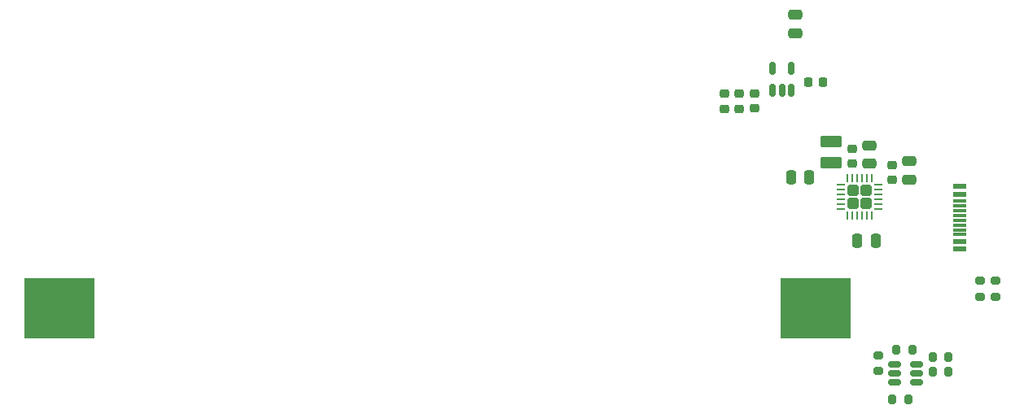
<source format=gbr>
%TF.GenerationSoftware,KiCad,Pcbnew,8.0.7*%
%TF.CreationDate,2024-12-15T23:10:09+01:00*%
%TF.ProjectId,leany,6c65616e-792e-46b6-9963-61645f706362,rev?*%
%TF.SameCoordinates,Original*%
%TF.FileFunction,Paste,Bot*%
%TF.FilePolarity,Positive*%
%FSLAX46Y46*%
G04 Gerber Fmt 4.6, Leading zero omitted, Abs format (unit mm)*
G04 Created by KiCad (PCBNEW 8.0.7) date 2024-12-15 23:10:09*
%MOMM*%
%LPD*%
G01*
G04 APERTURE LIST*
G04 Aperture macros list*
%AMRoundRect*
0 Rectangle with rounded corners*
0 $1 Rounding radius*
0 $2 $3 $4 $5 $6 $7 $8 $9 X,Y pos of 4 corners*
0 Add a 4 corners polygon primitive as box body*
4,1,4,$2,$3,$4,$5,$6,$7,$8,$9,$2,$3,0*
0 Add four circle primitives for the rounded corners*
1,1,$1+$1,$2,$3*
1,1,$1+$1,$4,$5*
1,1,$1+$1,$6,$7*
1,1,$1+$1,$8,$9*
0 Add four rect primitives between the rounded corners*
20,1,$1+$1,$2,$3,$4,$5,0*
20,1,$1+$1,$4,$5,$6,$7,0*
20,1,$1+$1,$6,$7,$8,$9,0*
20,1,$1+$1,$8,$9,$2,$3,0*%
G04 Aperture macros list end*
%ADD10RoundRect,0.250000X0.850000X-0.375000X0.850000X0.375000X-0.850000X0.375000X-0.850000X-0.375000X0*%
%ADD11RoundRect,0.225000X-0.250000X0.225000X-0.250000X-0.225000X0.250000X-0.225000X0.250000X0.225000X0*%
%ADD12RoundRect,0.225000X0.250000X-0.225000X0.250000X0.225000X-0.250000X0.225000X-0.250000X-0.225000X0*%
%ADD13RoundRect,0.200000X-0.275000X0.200000X-0.275000X-0.200000X0.275000X-0.200000X0.275000X0.200000X0*%
%ADD14RoundRect,0.250000X0.250000X0.475000X-0.250000X0.475000X-0.250000X-0.475000X0.250000X-0.475000X0*%
%ADD15RoundRect,0.250000X0.475000X-0.250000X0.475000X0.250000X-0.475000X0.250000X-0.475000X-0.250000X0*%
%ADD16RoundRect,0.200000X-0.200000X-0.275000X0.200000X-0.275000X0.200000X0.275000X-0.200000X0.275000X0*%
%ADD17RoundRect,0.150000X0.150000X-0.512500X0.150000X0.512500X-0.150000X0.512500X-0.150000X-0.512500X0*%
%ADD18RoundRect,0.225000X-0.225000X-0.250000X0.225000X-0.250000X0.225000X0.250000X-0.225000X0.250000X0*%
%ADD19RoundRect,0.200000X0.200000X0.275000X-0.200000X0.275000X-0.200000X-0.275000X0.200000X-0.275000X0*%
%ADD20R,1.450000X0.600000*%
%ADD21R,1.450000X0.300000*%
%ADD22RoundRect,0.250000X0.335000X0.335000X-0.335000X0.335000X-0.335000X-0.335000X0.335000X-0.335000X0*%
%ADD23RoundRect,0.062500X0.350000X0.062500X-0.350000X0.062500X-0.350000X-0.062500X0.350000X-0.062500X0*%
%ADD24RoundRect,0.062500X0.062500X0.350000X-0.062500X0.350000X-0.062500X-0.350000X0.062500X-0.350000X0*%
%ADD25R,7.340000X6.350000*%
%ADD26RoundRect,0.250000X-0.250000X-0.475000X0.250000X-0.475000X0.250000X0.475000X-0.250000X0.475000X0*%
%ADD27RoundRect,0.150000X-0.512500X-0.150000X0.512500X-0.150000X0.512500X0.150000X-0.512500X0.150000X0*%
G04 APERTURE END LIST*
D10*
%TO.C,L1*%
X175845000Y-90600000D03*
X175845000Y-88450000D03*
%TD*%
D11*
%TO.C,C17*%
X167945000Y-83450000D03*
X167945000Y-85000000D03*
%TD*%
D12*
%TO.C,C14*%
X182245000Y-92450000D03*
X182245000Y-90900000D03*
%TD*%
D13*
%TO.C,R10*%
X191345000Y-102950000D03*
X191345000Y-104600000D03*
%TD*%
D14*
%TO.C,C12*%
X173600000Y-92200000D03*
X171700000Y-92200000D03*
%TD*%
D11*
%TO.C,C16*%
X166345000Y-83475000D03*
X166345000Y-85025000D03*
%TD*%
D15*
%TO.C,C13*%
X184000000Y-92400000D03*
X184000000Y-90500000D03*
%TD*%
D16*
%TO.C,R17*%
X182225000Y-115300000D03*
X183875000Y-115300000D03*
%TD*%
D17*
%TO.C,U4*%
X171707500Y-83062500D03*
X170757500Y-83062500D03*
X169807500Y-83062500D03*
X169807500Y-80787500D03*
X171707500Y-80787500D03*
%TD*%
D18*
%TO.C,C18*%
X173470000Y-82225000D03*
X175020000Y-82225000D03*
%TD*%
D19*
%TO.C,R15*%
X188082500Y-110875000D03*
X186432500Y-110875000D03*
%TD*%
D20*
%TO.C,J3*%
X189250000Y-93125000D03*
X189250000Y-93925000D03*
D21*
X189250000Y-95125000D03*
X189250000Y-96125000D03*
X189250000Y-96625000D03*
X189250000Y-97625000D03*
D20*
X189250000Y-98825000D03*
X189250000Y-99625000D03*
X189250000Y-99625000D03*
X189250000Y-98825000D03*
D21*
X189250000Y-98125000D03*
X189250000Y-97125000D03*
X189250000Y-95625000D03*
X189250000Y-94625000D03*
D20*
X189250000Y-93925000D03*
X189250000Y-93125000D03*
%TD*%
D22*
%TO.C,U5*%
X179520000Y-94850000D03*
X179520000Y-93500000D03*
X178170000Y-94850000D03*
X178170000Y-93500000D03*
D23*
X180807500Y-92925000D03*
X180807500Y-93425000D03*
X180807500Y-93925000D03*
X180807500Y-94425000D03*
X180807500Y-94925000D03*
X180807500Y-95425000D03*
D24*
X180095000Y-96137500D03*
X179595000Y-96137500D03*
X179095000Y-96137500D03*
X178595000Y-96137500D03*
X178095000Y-96137500D03*
X177595000Y-96137500D03*
D23*
X176882500Y-95425000D03*
X176882500Y-94925000D03*
X176882500Y-94425000D03*
X176882500Y-93925000D03*
X176882500Y-93425000D03*
X176882500Y-92925000D03*
D24*
X177595000Y-92212500D03*
X178095000Y-92212500D03*
X178595000Y-92212500D03*
X179095000Y-92212500D03*
X179595000Y-92212500D03*
X180095000Y-92212500D03*
%TD*%
D15*
%TO.C,C19*%
X172150000Y-77150000D03*
X172150000Y-75250000D03*
%TD*%
D11*
%TO.C,C15*%
X164745000Y-83475000D03*
X164745000Y-85025000D03*
%TD*%
D25*
%TO.C,BT1*%
X174295000Y-105775000D03*
X95635000Y-105775000D03*
%TD*%
D11*
%TO.C,C11*%
X178045000Y-89200000D03*
X178045000Y-90750000D03*
%TD*%
D16*
%TO.C,R14*%
X182657500Y-110075000D03*
X184307500Y-110075000D03*
%TD*%
D15*
%TO.C,C21*%
X179845000Y-90725000D03*
X179845000Y-88825000D03*
%TD*%
D26*
%TO.C,C20*%
X178600000Y-98750000D03*
X180500000Y-98750000D03*
%TD*%
D13*
%TO.C,R9*%
X192945000Y-102925000D03*
X192945000Y-104575000D03*
%TD*%
D16*
%TO.C,R16*%
X186420000Y-112375000D03*
X188070000Y-112375000D03*
%TD*%
D13*
%TO.C,R13*%
X180782500Y-110700000D03*
X180782500Y-112350000D03*
%TD*%
D27*
%TO.C,Q2*%
X182495000Y-113525000D03*
X182495000Y-112575000D03*
X182495000Y-111625000D03*
X184770000Y-111625000D03*
X184770000Y-112575000D03*
X184770000Y-113525000D03*
%TD*%
M02*

</source>
